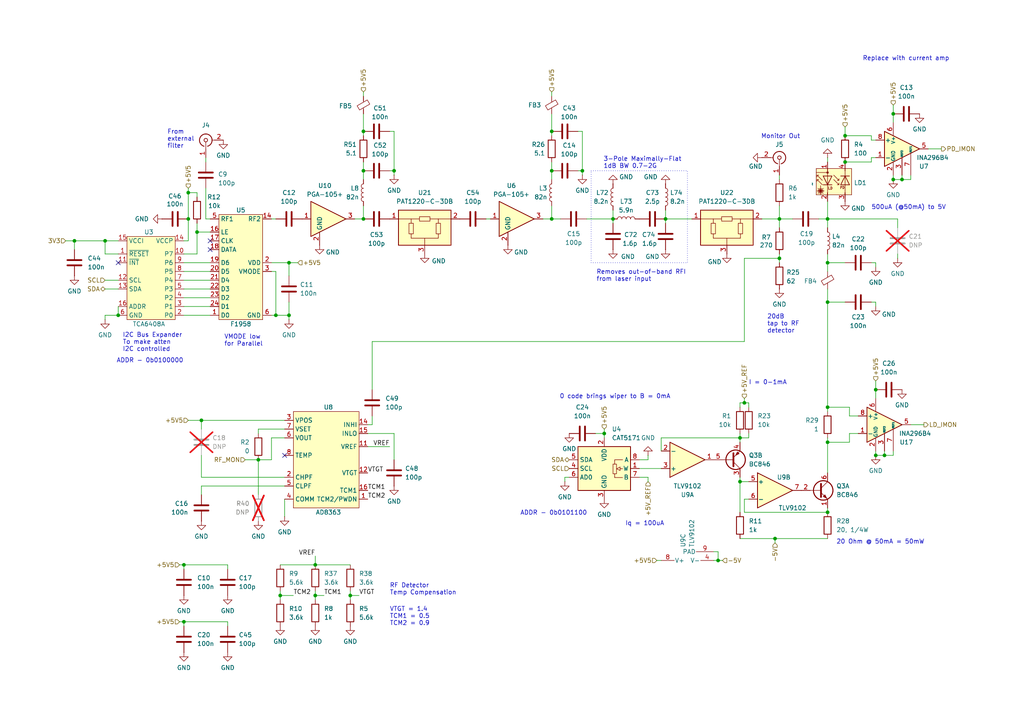
<source format=kicad_sch>
(kicad_sch (version 20231120) (generator "eeschema") (generator_version "8.0")
  (paper "A4")
  (title_block (title "FTX schematic") (date "2024-06-22") (rev "4") (company "Caltech") (comment 1 "Kiran Shila") (comment 2 "Drawing ASP-310") (comment 3 "DSA2000"))
  (junction (at 105.41 63.5))
  (junction (at 240.03 128.27))
  (junction (at 226.06 74.93))
  (junction (at 240.03 87.63))
  (junction (at 193.04 63.5))
  (junction (at 177.8 63.5))
  (junction (at 224.79 156.21))
  (junction (at 240.03 63.5))
  (junction (at 58.42 121.92))
  (junction (at 168.91 49.53))
  (junction (at 175.26 125.73))
  (junction (at 259.08 33.02))
  (junction (at 160.02 38.1))
  (junction (at 245.11 46.99))
  (junction (at 30.48 69.85))
  (junction (at 34.29 91.44))
  (junction (at 261.62 52.07))
  (junction (at 114.3 49.53))
  (junction (at 215.9 116.84))
  (junction (at 160.02 63.5))
  (junction (at 21.59 69.85))
  (junction (at 91.44 163.83))
  (junction (at 245.11 39.37))
  (junction (at 240.03 118.11))
  (junction (at 101.6 172.72))
  (junction (at 254 132.08))
  (junction (at 53.34 163.83))
  (junction (at 254 113.03))
  (junction (at 57.15 67.31))
  (junction (at 91.44 172.72))
  (junction (at 240.03 148.59))
  (junction (at 105.41 49.53))
  (junction (at 208.28 162.56))
  (junction (at 214.63 139.7))
  (junction (at 160.02 49.53))
  (junction (at 83.82 91.44))
  (junction (at 83.82 76.2))
  (junction (at 53.34 180.34))
  (junction (at 226.06 63.5))
  (junction (at 240.03 76.2))
  (junction (at 80.01 91.44))
  (junction (at 105.41 38.1))
  (junction (at 259.08 52.07))
  (junction (at 54.61 63.5))
  (junction (at 81.28 172.72))
  (junction (at 54.61 55.88))
  (junction (at 74.93 133.35))
  (junction (at 256.54 132.08))
  (junction (at 214.63 127))
  (no_connect (at 34.29 76.2))
  (no_connect (at 60.96 69.85))
  (no_connect (at 82.55 132.08))
  (no_connect (at 60.96 72.39))
  (wire (pts (xy 215.9 148.59) (xy 240.03 148.59)))
  (wire (pts (xy 240.03 87.63) (xy 240.03 118.11)))
  (wire (pts (xy 264.16 52.07) (xy 261.62 52.07)))
  (wire (pts (xy 217.17 125.73) (xy 217.17 127)))
  (wire (pts (xy 240.03 76.2) (xy 240.03 78.74)))
  (wire (pts (xy 74.93 125.73) (xy 74.93 124.46)))
  (wire (pts (xy 74.93 133.35) (xy 74.93 143.51)))
  (wire (pts (xy 140.97 63.5) (xy 142.24 63.5)))
  (wire (pts (xy 261.62 52.07) (xy 259.08 52.07)))
  (wire (pts (xy 53.34 91.44) (xy 60.96 91.44)))
  (wire (pts (xy 226.06 74.93) (xy 226.06 76.2)))
  (wire (pts (xy 256.54 130.81) (xy 256.54 132.08)))
  (wire (pts (xy 214.63 156.21) (xy 224.79 156.21)))
  (wire (pts (xy 53.34 163.83) (xy 53.34 165.1)))
  (wire (pts (xy 101.6 172.72) (xy 104.14 172.72)))
  (wire (pts (xy 240.03 118.11) (xy 240.03 119.38)))
  (wire (pts (xy 78.74 91.44) (xy 80.01 91.44)))
  (wire (pts (xy 259.08 33.02) (xy 259.08 35.56)))
  (wire (pts (xy 185.42 138.43) (xy 187.96 138.43)))
  (wire (pts (xy 78.74 78.74) (xy 80.01 78.74)))
  (wire (pts (xy 190.5 162.56) (xy 191.77 162.56)))
  (wire (pts (xy 53.34 86.36) (xy 60.96 86.36)))
  (wire (pts (xy 207.01 160.02) (xy 208.28 160.02)))
  (wire (pts (xy 91.44 171.45) (xy 91.44 172.72)))
  (wire (pts (xy 165.1 138.43) (xy 163.83 138.43)))
  (wire (pts (xy 240.03 73.66) (xy 240.03 76.2)))
  (wire (pts (xy 175.26 125.73) (xy 175.26 127)))
  (wire (pts (xy 240.03 66.04) (xy 240.03 63.5)))
  (wire (pts (xy 214.63 138.43) (xy 214.63 139.7)))
  (wire (pts (xy 160.02 49.53) (xy 160.02 52.07)))
  (wire (pts (xy 246.38 118.11) (xy 240.03 118.11)))
  (wire (pts (xy 254 130.81) (xy 254 132.08)))
  (wire (pts (xy 177.8 60.96) (xy 177.8 63.5)))
  (wire (pts (xy 53.34 88.9) (xy 60.96 88.9)))
  (wire (pts (xy 113.03 49.53) (xy 114.3 49.53)))
  (wire (pts (xy 81.28 171.45) (xy 81.28 172.72)))
  (wire (pts (xy 260.35 63.5) (xy 240.03 63.5)))
  (wire (pts (xy 105.41 59.69) (xy 105.41 63.5)))
  (wire (pts (xy 214.63 125.73) (xy 214.63 127)))
  (wire (pts (xy 224.79 156.21) (xy 224.79 157.48)))
  (wire (pts (xy 91.44 161.29) (xy 91.44 163.83)))
  (wire (pts (xy 208.28 162.56) (xy 207.01 162.56)))
  (wire (pts (xy 21.59 69.85) (xy 30.48 69.85)))
  (wire (pts (xy 177.8 63.5) (xy 177.8 64.77)))
  (wire (pts (xy 83.82 91.44) (xy 83.82 92.71)))
  (wire (pts (xy 114.3 125.73) (xy 114.3 133.35)))
  (wire (pts (xy 58.42 140.97) (xy 82.55 140.97)))
  (wire (pts (xy 52.07 180.34) (xy 53.34 180.34)))
  (wire (pts (xy 254 40.64) (xy 252.73 40.64)))
  (wire (pts (xy 264.16 50.8) (xy 264.16 52.07)))
  (wire (pts (xy 215.9 144.78) (xy 217.17 144.78)))
  (wire (pts (xy 78.74 127) (xy 78.74 133.35)))
  (wire (pts (xy 107.95 123.19) (xy 106.68 123.19)))
  (wire (pts (xy 191.77 130.81) (xy 191.77 127)))
  (wire (pts (xy 254 88.9) (xy 254 87.63)))
  (wire (pts (xy 193.04 63.5) (xy 193.04 64.77)))
  (wire (pts (xy 80.01 78.74) (xy 80.01 91.44)))
  (wire (pts (xy 102.87 63.5) (xy 105.41 63.5)))
  (wire (pts (xy 187.96 132.08) (xy 187.96 133.35)))
  (wire (pts (xy 83.82 76.2) (xy 86.36 76.2)))
  (wire (pts (xy 240.03 128.27) (xy 240.03 137.16)))
  (wire (pts (xy 240.03 58.42) (xy 240.03 63.5)))
  (wire (pts (xy 54.61 55.88) (xy 54.61 63.5)))
  (wire (pts (xy 34.29 88.9) (xy 34.29 91.44)))
  (wire (pts (xy 240.03 147.32) (xy 240.03 148.59)))
  (wire (pts (xy 167.64 49.53) (xy 168.91 49.53)))
  (wire (pts (xy 160.02 38.1) (xy 160.02 39.37)))
  (wire (pts (xy 91.44 172.72) (xy 91.44 173.99)))
  (wire (pts (xy 193.04 63.5) (xy 200.66 63.5)))
  (wire (pts (xy 191.77 127) (xy 214.63 127)))
  (wire (pts (xy 240.03 83.82) (xy 240.03 87.63)))
  (wire (pts (xy 175.26 124.46) (xy 175.26 125.73)))
  (wire (pts (xy 53.34 163.83) (xy 66.04 163.83)))
  (wire (pts (xy 245.11 36.83) (xy 245.11 39.37)))
  (wire (pts (xy 224.79 156.21) (xy 240.03 156.21)))
  (wire (pts (xy 252.73 39.37) (xy 245.11 39.37)))
  (wire (pts (xy 53.34 76.2) (xy 60.96 76.2)))
  (wire (pts (xy 252.73 40.64) (xy 252.73 39.37)))
  (wire (pts (xy 259.08 130.81) (xy 259.08 132.08)))
  (wire (pts (xy 226.06 73.66) (xy 226.06 74.93)))
  (wire (pts (xy 256.54 132.08) (xy 254 132.08)))
  (wire (pts (xy 226.06 63.5) (xy 226.06 59.69)))
  (wire (pts (xy 78.74 76.2) (xy 83.82 76.2)))
  (wire (pts (xy 54.61 69.85) (xy 53.34 69.85)))
  (wire (pts (xy 260.35 63.5) (xy 260.35 66.04)))
  (wire (pts (xy 226.06 63.5) (xy 229.87 63.5)))
  (wire (pts (xy 226.06 63.5) (xy 226.06 66.04)))
  (wire (pts (xy 215.9 115.57) (xy 215.9 116.84)))
  (wire (pts (xy 57.15 57.15) (xy 57.15 55.88)))
  (wire (pts (xy 34.29 73.66) (xy 30.48 73.66)))
  (wire (pts (xy 53.34 78.74) (xy 60.96 78.74)))
  (wire (pts (xy 53.34 81.28) (xy 60.96 81.28)))
  (wire (pts (xy 252.73 45.72) (xy 252.73 46.99)))
  (wire (pts (xy 101.6 171.45) (xy 101.6 172.72)))
  (wire (pts (xy 105.41 33.02) (xy 105.41 38.1)))
  (wire (pts (xy 215.9 116.84) (xy 217.17 116.84)))
  (wire (pts (xy 245.11 76.2) (xy 240.03 76.2)))
  (wire (pts (xy 246.38 120.65) (xy 246.38 118.11)))
  (wire (pts (xy 82.55 138.43) (xy 58.42 138.43)))
  (wire (pts (xy 240.03 127) (xy 240.03 128.27)))
  (wire (pts (xy 168.91 49.53) (xy 168.91 50.8)))
  (wire (pts (xy 160.02 33.02) (xy 160.02 38.1)))
  (wire (pts (xy 57.15 64.77) (xy 57.15 67.31)))
  (wire (pts (xy 53.34 73.66) (xy 57.15 73.66)))
  (wire (pts (xy 248.92 125.73) (xy 246.38 125.73)))
  (wire (pts (xy 78.74 127) (xy 82.55 127)))
  (wire (pts (xy 114.3 49.53) (xy 114.3 50.8)))
  (wire (pts (xy 34.29 69.85) (xy 30.48 69.85)))
  (wire (pts (xy 53.34 83.82) (xy 60.96 83.82)))
  (wire (pts (xy 187.96 133.35) (xy 185.42 133.35)))
  (wire (pts (xy 114.3 38.1) (xy 114.3 49.53)))
  (wire (pts (xy 30.48 91.44) (xy 30.48 92.71)))
  (wire (pts (xy 160.02 46.99) (xy 160.02 49.53)))
  (wire (pts (xy 21.59 69.85) (xy 21.59 72.39)))
  (wire (pts (xy 71.12 133.35) (xy 74.93 133.35)))
  (wire (pts (xy 226.06 50.8) (xy 226.06 52.07)))
  (wire (pts (xy 54.61 54.61) (xy 54.61 55.88)))
  (wire (pts (xy 170.18 63.5) (xy 177.8 63.5)))
  (wire (pts (xy 74.93 133.35) (xy 78.74 133.35)))
  (wire (pts (xy 215.9 99.06) (xy 107.95 99.06)))
  (wire (pts (xy 163.83 138.43) (xy 163.83 139.7)))
  (wire (pts (xy 260.35 73.66) (xy 260.35 74.93)))
  (wire (pts (xy 160.02 59.69) (xy 160.02 63.5)))
  (wire (pts (xy 78.74 63.5) (xy 80.01 63.5)))
  (wire (pts (xy 254 76.2) (xy 254 77.47)))
  (wire (pts (xy 107.95 120.65) (xy 107.95 123.19)))
  (wire (pts (xy 66.04 163.83) (xy 66.04 165.1)))
  (wire (pts (xy 254 110.49) (xy 254 113.03)))
  (wire (pts (xy 83.82 76.2) (xy 83.82 80.01)))
  (wire (pts (xy 168.91 38.1) (xy 168.91 49.53)))
  (wire (pts (xy 217.17 116.84) (xy 217.17 118.11)))
  (wire (pts (xy 81.28 172.72) (xy 85.09 172.72)))
  (wire (pts (xy 66.04 180.34) (xy 66.04 181.61)))
  (wire (pts (xy 217.17 127) (xy 214.63 127)))
  (wire (pts (xy 81.28 172.72) (xy 81.28 173.99)))
  (wire (pts (xy 160.02 63.5) (xy 162.56 63.5)))
  (wire (pts (xy 58.42 124.46) (xy 58.42 121.92)))
  (wire (pts (xy 59.69 46.99) (xy 59.69 45.72)))
  (wire (pts (xy 58.42 121.92) (xy 82.55 121.92)))
  (wire (pts (xy 53.34 180.34) (xy 66.04 180.34)))
  (wire (pts (xy 59.69 63.5) (xy 59.69 54.61)))
  (wire (pts (xy 264.16 123.19) (xy 267.97 123.19)))
  (wire (pts (xy 113.03 38.1) (xy 114.3 38.1)))
  (wire (pts (xy 81.28 163.83) (xy 91.44 163.83)))
  (wire (pts (xy 30.48 73.66) (xy 30.48 69.85)))
  (wire (pts (xy 246.38 128.27) (xy 240.03 128.27)))
  (wire (pts (xy 185.42 135.89) (xy 191.77 135.89)))
  (wire (pts (xy 105.41 26.67) (xy 105.41 27.94)))
  (wire (pts (xy 214.63 139.7) (xy 214.63 148.59)))
  (wire (pts (xy 246.38 125.73) (xy 246.38 128.27)))
  (wire (pts (xy 58.42 140.97) (xy 58.42 143.51)))
  (wire (pts (xy 214.63 139.7) (xy 217.17 139.7)))
  (wire (pts (xy 57.15 67.31) (xy 57.15 73.66)))
  (wire (pts (xy 60.96 67.31) (xy 57.15 67.31)))
  (wire (pts (xy 214.63 116.84) (xy 215.9 116.84)))
  (wire (pts (xy 214.63 127) (xy 214.63 128.27)))
  (wire (pts (xy 220.98 63.5) (xy 226.06 63.5)))
  (wire (pts (xy 101.6 172.72) (xy 101.6 173.99)))
  (wire (pts (xy 58.42 138.43) (xy 58.42 132.08)))
  (wire (pts (xy 252.73 46.99) (xy 245.11 46.99)))
  (wire (pts (xy 105.41 49.53) (xy 105.41 52.07)))
  (wire (pts (xy 187.96 138.43) (xy 187.96 139.7)))
  (wire (pts (xy 157.48 63.5) (xy 160.02 63.5)))
  (wire (pts (xy 208.28 162.56) (xy 208.28 160.02)))
  (wire (pts (xy 252.73 45.72) (xy 254 45.72)))
  (wire (pts (xy 93.98 172.72) (xy 91.44 172.72)))
  (wire (pts (xy 167.64 38.1) (xy 168.91 38.1)))
  (wire (pts (xy 34.29 91.44) (xy 30.48 91.44)))
  (wire (pts (xy 259.08 132.08) (xy 256.54 132.08)))
  (wire (pts (xy 52.07 163.83) (xy 53.34 163.83)))
  (wire (pts (xy 54.61 121.92) (xy 58.42 121.92)))
  (wire (pts (xy 193.04 60.96) (xy 193.04 63.5)))
  (wire (pts (xy 82.55 144.78) (xy 82.55 149.86)))
  (wire (pts (xy 105.41 46.99) (xy 105.41 49.53)))
  (wire (pts (xy 105.41 38.1) (xy 105.41 39.37)))
  (wire (pts (xy 91.44 163.83) (xy 101.6 163.83)))
  (wire (pts (xy 248.92 120.65) (xy 246.38 120.65)))
  (wire (pts (xy 254 87.63) (xy 252.73 87.63)))
  (wire (pts (xy 34.29 81.28) (xy 30.48 81.28)))
  (wire (pts (xy 160.02 26.67) (xy 160.02 27.94)))
  (wire (pts (xy 53.34 180.34) (xy 53.34 181.61)))
  (wire (pts (xy 74.93 124.46) (xy 82.55 124.46)))
  (wire (pts (xy 240.03 45.72) (xy 240.03 46.99)))
  (wire (pts (xy 107.95 99.06) (xy 107.95 113.03)))
  (wire (pts (xy 237.49 63.5) (xy 240.03 63.5)))
  (wire (pts (xy 269.24 43.18) (xy 273.05 43.18)))
  (wire (pts (xy 215.9 74.93) (xy 215.9 99.06)))
  (wire (pts (xy 209.55 162.56) (xy 208.28 162.56)))
  (wire (pts (xy 259.08 50.8) (xy 259.08 52.07)))
  (wire (pts (xy 172.72 125.73) (xy 175.26 125.73)))
  (wire (pts (xy 259.08 30.48) (xy 259.08 33.02)))
  (wire (pts (xy 215.9 74.93) (xy 226.06 74.93)))
  (wire (pts (xy 59.69 63.5) (xy 60.96 63.5)))
  (wire (pts (xy 57.15 55.88) (xy 54.61 55.88)))
  (wire (pts (xy 83.82 87.63) (xy 83.82 91.44)))
  (wire (pts (xy 19.05 69.85) (xy 21.59 69.85)))
  (wire (pts (xy 261.62 50.8) (xy 261.62 52.07)))
  (wire (pts (xy 34.29 83.82) (xy 30.48 83.82)))
  (wire (pts (xy 80.01 91.44) (xy 83.82 91.44)))
  (wire (pts (xy 215.9 144.78) (xy 215.9 148.59)))
  (wire (pts (xy 254 113.03) (xy 254 115.57)))
  (wire (pts (xy 114.3 125.73) (xy 106.68 125.73)))
  (wire (pts (xy 245.11 87.63) (xy 240.03 87.63)))
  (wire (pts (xy 54.61 63.5) (xy 54.61 69.85)))
  (wire (pts (xy 254 76.2) (xy 252.73 76.2)))
  (wire (pts (xy 214.63 118.11) (xy 214.63 116.84)))
  (wire (pts (xy 106.68 129.54) (xy 113.03 129.54)))
  (rectangle (start 171.45 49.53) (end 199.39 76.2) (stroke (width 0) (type dot)))
  (text "I = 0-1mA" (at 217.17 111.76 0) (effects (font (size 1.27 1.27)) (justify left bottom)))
  (text "RF Detector\nTemp Compensation" (at 113.03 172.72 0) (effects (font (size 1.27 1.27)) (justify left bottom)))
  (text "500uA (@50mA) to 5V" (at 252.73 60.96 0) (effects (font (size 1.27 1.27)) (justify left bottom)))
  (text "From\nexternal\nfilter" (at 48.514 43.18 0) (effects (font (size 1.27 1.27)) (justify left bottom)))
  (text "20 Ohm @ 50mA = 50mW" (at 242.57 157.988 0) (effects (font (size 1.27 1.27)) (justify left bottom)))
  (text "VMODE low\nfor Parallel" (at 65.024 100.584 0) (effects (font (size 1.27 1.27)) (justify left bottom)))
  (text "Monitor Out" (at 220.726 40.386 0) (effects (font (size 1.27 1.27)) (justify left bottom)))
  (text "Iq = 100uA" (at 181.356 152.654 0) (effects (font (size 1.27 1.27)) (justify left bottom)))
  (text "VTGT = 1.4\nTCM1 = 0.5\nTCM2 = 0.9" (at 113.03 181.61 0) (effects (font (size 1.27 1.27)) (justify left bottom)))
  (text "I2C Bus Expander\nTo make atten\nI2C controlled" (at 35.56 102.108 0) (effects (font (size 1.27 1.27)) (justify left bottom)))
  (text "20dB\ntap to RF\ndetector" (at 222.504 96.774 0) (effects (font (size 1.27 1.27)) (justify left bottom)))
  (text "3-Pole Maximally-Flat\n1dB BW 0.7-2G" (at 175.006 49.022 0) (effects (font (size 1.27 1.27)) (justify left bottom)))
  (text "ADDR - 0b0100000" (at 33.782 105.41 0) (effects (font (size 1.27 1.27)) (justify left bottom)))
  (text "ADDR - 0b0101100" (at 150.876 149.606 0) (effects (font (size 1.27 1.27)) (justify left bottom)))
  (text "Replace with current amp" (at 250.19 17.78 0) (effects (font (size 1.27 1.27)) (justify left bottom)))
  (text "0 code brings wiper to B = 0mA\n" (at 162.306 115.824 0) (effects (font (size 1.27 1.27)) (justify left bottom)))
  (text "Removes out-of-band RFI\nfrom laser input" (at 172.974 81.788 0) (effects (font (size 1.27 1.27)) (justify left bottom)))
  (label "VTGT" (at 106.68 137.16 0))
  (label "VREF" (at 91.44 161.29 180))
  (label "TCM1" (at 93.98 172.72 0))
  (label "TCM2" (at 106.68 144.78 0))
  (label "VTGT" (at 104.14 172.72 0))
  (label "TCM1" (at 106.68 142.24 0))
  (label "TCM2" (at 85.09 172.72 0))
  (label "VREF" (at 113.03 129.54 180))
  (hierarchical_label "+5V5" (shape input) (at 52.07 180.34 180))
  (hierarchical_label "SDA" (shape bidirectional) (at 30.48 83.82 180))
  (hierarchical_label "+5V_REF" (shape input) (at 215.9 115.57 90))
  (hierarchical_label "RF_MON" (shape input) (at 71.12 133.35 180))
  (hierarchical_label "SCL" (shape input) (at 30.48 81.28 180))
  (hierarchical_label "+5V5" (shape input) (at 190.5 162.56 180))
  (hierarchical_label "+5V_REF" (shape input) (at 187.96 139.7 270))
  (hierarchical_label "PD_IMON" (shape output) (at 273.05 43.18 0))
  (hierarchical_label "+5V5" (shape input) (at 175.26 124.46 90))
  (hierarchical_label "-5V" (shape input) (at 209.55 162.56 0))
  (hierarchical_label "SDA" (shape bidirectional) (at 165.1 133.35 180))
  (hierarchical_label "+5V5" (shape input) (at 54.61 121.92 180))
  (hierarchical_label "+5V5" (shape input) (at 254 110.49 90))
  (hierarchical_label "3V3" (shape input) (at 19.05 69.85 180))
  (hierarchical_label "LD_IMON" (shape output) (at 267.97 123.19 0))
  (hierarchical_label "+5V5" (shape input) (at 259.08 30.48 90))
  (hierarchical_label "+5V5" (shape input) (at 105.41 26.67 90))
  (hierarchical_label "+5V5" (shape input) (at 52.07 163.83 180))
  (hierarchical_label "+5V5" (shape input) (at 160.02 26.67 90))
  (hierarchical_label "-5V" (shape input) (at 224.79 157.48 270))
  (hierarchical_label "+5V5" (shape input) (at 54.61 54.61 90))
  (hierarchical_label "SCL" (shape input) (at 165.1 135.89 180))
  (hierarchical_label "+5V5" (shape input) (at 245.11 36.83 90))
  (hierarchical_label "+5V5" (shape input) (at 86.36 76.2 0))
  (symbol (lib_id "Device:L") (at 181.61 63.5 90) (unit 1)
    (property "Reference" "L73" (at 181.61 58.42 90))
    (property "Value" "5.9n" (at 181.61 60.96 90))
    (property "Footprint" "Inductor_SMD:L_0402_1005Metric" (effects (hide yes)))
    (property "Description" "Inductor" (effects (hide yes)))
    (property "MPN" "LQW15AN5N9B80D" (effects (hide yes)))
  )
  (symbol (lib_id "power:GND") (at 30.48 92.71 0) (unit 1)
    (property "Reference" "#PWR015" (effects (hide yes)))
    (property "Value" "GND" (at 30.48 97.155 0))
    (property "Description" "Power symbol creates a global label with name \"GND\" , ground" (effects (hide yes)))
  )
  (symbol (lib_id "power:GND") (at 114.3 50.8 0) (unit 1)
    (property "Reference" "#PWR078" (effects (hide yes)))
    (property "Value" "GND" (at 114.3 55.245 0))
    (property "Description" "Power symbol creates a global label with name \"GND\" , ground" (effects (hide yes)))
  )
  (symbol (lib_id "Device:R") (at 226.06 55.88 0) (unit 1)
    (property "Reference" "R6" (at 228.6 54.61 0) (effects (justify left)))
    (property "Value" "1k" (at 228.6 57.15 0) (effects (justify left)))
    (property "Footprint" "Resistor_SMD:R_0402_1005Metric" (effects (hide yes)))
    (property "Description" "Resistor" (effects (hide yes)))
    (property "MPN" "RC0402FR-071KL" (effects (hide yes)))
  )
  (symbol (lib_id "power:GND") (at 53.34 189.23 0) (unit 1)
    (property "Reference" "#PWR019" (effects (hide yes)))
    (property "Value" "GND" (at 53.34 193.675 0))
    (property "Description" "Power symbol creates a global label with name \"GND\" , ground" (effects (hide yes)))
  )
  (symbol (lib_id "Device:C") (at 109.22 38.1 90) (unit 1)
    (property "Reference" "C51" (at 110.236 31.369 90))
    (property "Value" "100n" (at 110.236 33.909 90))
    (property "Footprint" "Capacitor_SMD:C_0402_1005Metric" (effects (hide yes)))
    (property "Description" "Unpolarized capacitor" (effects (hide yes)))
    (property "MPN" "CL05B104KP5NNNC" (effects (hide yes)))
  )
  (symbol (lib_id "Device:C") (at 53.34 185.42 0) (unit 1)
    (property "Reference" "C20" (at 57.15 184.15 0) (effects (justify left)))
    (property "Value" "100n" (at 57.15 186.69 0) (effects (justify left)))
    (property "Footprint" "Capacitor_SMD:C_0402_1005Metric" (effects (hide yes)))
    (property "Description" "Unpolarized capacitor" (effects (hide yes)))
    (property "MPN" "CL05B104KP5NNNC" (effects (hide yes)))
  )
  (symbol (lib_id "Device:R") (at 101.6 177.8 0) (unit 1)
    (property "Reference" "R5" (at 104.14 176.53 0) (effects (justify left)))
    (property "Value" "5.6k" (at 104.14 179.07 0) (effects (justify left)))
    (property "Footprint" "Resistor_SMD:R_0402_1005Metric" (effects (hide yes)))
    (property "Description" "Resistor" (effects (hide yes)))
    (property "MPN" "RC0402FR-075K6L" (effects (hide yes)))
  )
  (symbol (lib_id "DSA2K:TLV9102xDSG") (at 199.39 160.02 90) (unit 3)
    (property "Reference" "U9" (at 198.12 158.75 0) (effects (justify left)))
    (property "Value" "TLV9102" (at 200.66 158.75 0) (effects (justify left)))
    (property "Footprint" "Package_SON:WSON-8-1EP_2x2mm_P0.5mm_EP0.9x1.6mm" (effects (hide yes)))
    (property "Datasheet" "https://www.ti.com/lit/ds/symlink/tlv9102.pdf" (effects (hide yes)))
    (property "Description" "16-V, 1-MHz, Rail-to-Rail Input/Output, Low Power Op Amp" (effects (hide yes)))
    (property "MPN" "TLV9102IDSGR" (effects (hide yes)))
  )
  (symbol (lib_id "Device:C") (at 114.3 137.16 180) (unit 1)
    (property "Reference" "C48" (at 117.475 135.89 0) (effects (justify right)))
    (property "Value" "100p" (at 117.475 138.43 0) (effects (justify right)))
    (property "Footprint" "Capacitor_SMD:C_0402_1005Metric" (effects (hide yes)))
    (property "Description" "Unpolarized capacitor" (effects (hide yes)))
    (property "MPN" "CBR04C101J3GAC" (effects (hide yes)))
  )
  (symbol (lib_id "Device:C") (at 193.04 68.58 0) (unit 1)
    (property "Reference" "C74" (at 186.182 68.072 0) (effects (justify left)))
    (property "Value" "1.6p" (at 186.182 70.612 0) (effects (justify left)))
    (property "Footprint" "Capacitor_SMD:C_0402_1005Metric" (effects (hide yes)))
    (property "Description" "Unpolarized capacitor" (effects (hide yes)))
    (property "MPN" "GJM1555C1H1R6WB01D" (effects (hide yes)))
  )
  (symbol (lib_id "Device:R") (at 74.93 129.54 0) (mirror y) (unit 1)
    (property "Reference" "R2" (at 72.39 128.27 0) (effects (justify left)))
    (property "Value" "0" (at 72.39 130.81 0) (effects (justify left)))
    (property "Footprint" "Resistor_SMD:R_0402_1005Metric" (effects (hide yes)))
    (property "Description" "Resistor" (effects (hide yes)))
    (property "MPN" "RC0402FR-070RL" (effects (hide yes)))
  )
  (symbol (lib_id "power:GND") (at 64.77 40.64 0) (mirror y) (unit 1)
    (property "Reference" "#PWR016" (effects (hide yes)))
    (property "Value" "GND" (at 64.77 45.085 0))
    (property "Description" "Power symbol creates a global label with name \"GND\" , ground" (effects (hide yes)))
  )
  (symbol (lib_id "Device:R") (at 91.44 167.64 0) (unit 1)
    (property "Reference" "R37" (at 93.98 166.37 0) (effects (justify left)))
    (property "Value" "3.6k" (at 93.98 168.91 0) (effects (justify left)))
    (property "Footprint" "Resistor_SMD:R_0402_1005Metric" (effects (hide yes)))
    (property "Description" "Resistor" (effects (hide yes)))
    (property "MPN" "RC0402FR-073K6L" (effects (hide yes)))
  )
  (symbol (lib_id "Device:C") (at 58.42 147.32 0) (mirror y) (unit 1)
    (property "Reference" "C16" (at 54.61 146.05 0) (effects (justify left)))
    (property "Value" "100n" (at 54.61 148.59 0) (effects (justify left)))
    (property "Footprint" "Capacitor_SMD:C_0402_1005Metric" (effects (hide yes)))
    (property "Description" "Unpolarized capacitor" (effects (hide yes)))
    (property "MPN" "CL05B104KP5NNNC" (effects (hide yes)))
  )
  (symbol (lib_id "Device:C") (at 248.92 76.2 90) (unit 1)
    (property "Reference" "C22" (at 248.92 69.342 90))
    (property "Value" "100p" (at 248.92 71.882 90))
    (property "Footprint" "Capacitor_SMD:C_0402_1005Metric" (effects (hide yes)))
    (property "Description" "Unpolarized capacitor" (effects (hide yes)))
    (property "MPN" "CBR04C101J3GAC" (effects (hide yes)))
  )
  (symbol (lib_id "Device:C") (at 248.92 87.63 90) (unit 1)
    (property "Reference" "C23" (at 248.92 91.948 90))
    (property "Value" "100n" (at 248.92 94.488 90))
    (property "Footprint" "Capacitor_SMD:C_0402_1005Metric" (effects (hide yes)))
    (property "Description" "Unpolarized capacitor" (effects (hide yes)))
    (property "MPN" "CL05B104KP5NNNC" (effects (hide yes)))
  )
  (symbol (lib_id "power:GND") (at 193.04 72.39 0) (unit 1)
    (property "Reference" "#PWR084" (effects (hide yes)))
    (property "Value" "GND" (at 189.23 74.422 0))
    (property "Description" "Power symbol creates a global label with name \"GND\" , ground" (effects (hide yes)))
  )
  (symbol (lib_id "power:GND") (at 266.7 33.02 0) (mirror y) (unit 1)
    (property "Reference" "#PWR041" (effects (hide yes)))
    (property "Value" "GND" (at 266.7 37.465 0))
    (property "Description" "Power symbol creates a global label with name \"GND\" , ground" (effects (hide yes)))
  )
  (symbol (lib_id "Device:R") (at 240.03 123.19 0) (mirror x) (unit 1)
    (property "Reference" "R29" (at 237.49 121.92 0) (effects (justify right)))
    (property "Value" "1" (at 237.49 124.46 0) (effects (justify right)))
    (property "Footprint" "Resistor_SMD:R_0402_1005Metric" (effects (hide yes)))
    (property "Description" "Resistor" (effects (hide yes)))
    (property "MPN" "RC0402FR-071RL" (effects (hide yes)))
  )
  (symbol (lib_id "DSA2K:INA296B4") (at 261.62 43.18 0) (unit 1)
    (property "Reference" "U7" (at 267.97 48.26 0))
    (property "Value" "INA296B4" (at 270.51 45.72 0))
    (property "Footprint" "Package_TO_SOT_SMD:SOT-23-8" (effects (hide yes)))
    (property "Datasheet" "https://www.ti.com/lit/ds/symlink/ina296b.pdf" (effects (hide yes)))
    (property "Description" "–5 V to 110 V, Bidirectional, 1.1 MHz, 8 V/μs, Ultra-Precise Current Sense Amplifier, SOT-23-8, G=100" (effects (hide yes)))
    (property "MPN" "INA296B4IDDFR" (effects (hide yes)))
  )
  (symbol (lib_id "Connector:Conn_Coaxial") (at 226.06 45.72 270) (mirror x) (unit 1)
    (property "Reference" "J5" (at 226.06 41.91 90))
    (property "Value" "Conn_Coaxial" (effects (hide yes)))
    (property "Footprint" "DSA2K:SMA_4Layer" (effects (hide yes)))
    (property "Datasheet" " ~" (effects (hide yes)))
    (property "Description" "coaxial connector (BNC, SMA, SMB, SMC, Cinch/RCA, LEMO, ...)" (effects (hide yes)))
  )
  (symbol (lib_id "power:GND") (at 53.34 172.72 0) (unit 1)
    (property "Reference" "#PWR018" (effects (hide yes)))
    (property "Value" "GND" (at 53.34 177.165 0))
    (property "Description" "Power symbol creates a global label with name \"GND\" , ground" (effects (hide yes)))
  )
  (symbol (lib_id "Device:L") (at 177.8 57.15 0) (mirror y) (unit 1)
    (property "Reference" "L72" (at 176.53 55.88 0) (effects (justify left)))
    (property "Value" "8.2n" (at 176.53 58.42 0) (effects (justify left)))
    (property "Footprint" "Inductor_SMD:L_0402_1005Metric" (effects (hide yes)))
    (property "Description" "Inductor" (effects (hide yes)))
    (property "MPN" "LQW15AN8N2G00D" (effects (hide yes)))
  )
  (symbol (lib_id "Device:R") (at 217.17 121.92 0) (unit 1)
    (property "Reference" "R23" (at 219.71 120.65 0) (effects (justify left)))
    (property "Value" "10k" (at 219.71 123.19 0) (effects (justify left)))
    (property "Footprint" "Resistor_SMD:R_0402_1005Metric" (effects (hide yes)))
    (property "Description" "Resistor" (effects (hide yes)))
    (property "MPN" "RC0402FR-0710KL" (effects (hide yes)))
  )
  (symbol (lib_id "power:GND") (at 175.26 144.78 0) (mirror y) (unit 1)
    (property "Reference" "#PWR027" (effects (hide yes)))
    (property "Value" "GND" (at 175.26 149.225 0))
    (property "Description" "Power symbol creates a global label with name \"GND\" , ground" (effects (hide yes)))
  )
  (symbol (lib_id "Device:R") (at 226.06 80.01 0) (unit 1)
    (property "Reference" "R25" (at 228.092 78.994 0) (effects (justify left)))
    (property "Value" "62" (at 228.092 81.534 0) (effects (justify left)))
    (property "Footprint" "Resistor_SMD:R_0402_1005Metric" (effects (hide yes)))
    (property "Description" "Resistor" (effects (hide yes)))
    (property "MPN" "RC0402FR-0762RL" (effects (hide yes)))
  )
  (symbol (lib_id "power:GND") (at 254 77.47 0) (mirror y) (unit 1)
    (property "Reference" "#PWR037" (effects (hide yes)))
    (property "Value" "GND" (at 254 81.915 0))
    (property "Description" "Power symbol creates a global label with name \"GND\" , ground" (effects (hide yes)))
  )
  (symbol (lib_id "Device:C") (at 257.81 113.03 270) (unit 1)
    (property "Reference" "C26" (at 257.81 105.41 90))
    (property "Value" "100n" (at 257.81 107.95 90))
    (property "Footprint" "Capacitor_SMD:C_0402_1005Metric" (effects (hide yes)))
    (property "Description" "Unpolarized capacitor" (effects (hide yes)))
    (property "MPN" "CL05B104KP5NNNC" (effects (hide yes)))
  )
  (symbol (lib_id "power:GND") (at 260.35 74.93 0) (unit 1)
    (property "Reference" "#PWR033" (effects (hide yes)))
    (property "Value" "GND" (at 260.35 79.375 0))
    (property "Description" "Power symbol creates a global label with name \"GND\" , ground" (effects (hide yes)))
  )
  (symbol (lib_id "power:GND") (at 259.08 52.07 0) (mirror y) (unit 1)
    (property "Reference" "#PWR040" (effects (hide yes)))
    (property "Value" "GND" (at 259.08 56.515 0))
    (property "Description" "Power symbol creates a global label with name \"GND\" , ground" (effects (hide yes)))
  )
  (symbol (lib_id "DSA2K:TLV9102xDSG") (at 224.79 142.24 0) (unit 2)
    (property "Reference" "U9" (at 227.33 138.43 0))
    (property "Value" "TLV9102" (at 229.87 147.32 0))
    (property "Footprint" "Package_SON:WSON-8-1EP_2x2mm_P0.5mm_EP0.9x1.6mm" (effects (hide yes)))
    (property "Datasheet" "https://www.ti.com/lit/ds/symlink/tlv9102.pdf" (effects (hide yes)))
    (property "Description" "16-V, 1-MHz, Rail-to-Rail Input/Output, Low Power Op Amp" (effects (hide yes)))
    (property "MPN" "TLV9102IDSGR" (effects (hide yes)))
  )
  (symbol (lib_id "Device:L") (at 193.04 57.15 0) (unit 1)
    (property "Reference" "L74" (at 194.31 55.88 0) (effects (justify left)))
    (property "Value" "8.2n" (at 194.31 58.42 0) (effects (justify left)))
    (property "Footprint" "Inductor_SMD:L_0402_1005Metric" (effects (hide yes)))
    (property "Description" "Inductor" (effects (hide yes)))
    (property "MPN" "LQW15AN8N2G00D" (effects (hide yes)))
  )
  (symbol (lib_id "power:GND") (at 21.59 80.01 0) (unit 1)
    (property "Reference" "#PWR070" (effects (hide yes)))
    (property "Value" "GND" (at 21.59 84.455 0))
    (property "Description" "Power symbol creates a global label with name \"GND\" , ground" (effects (hide yes)))
  )
  (symbol (lib_id "Device:C") (at 168.91 125.73 270) (unit 1)
    (property "Reference" "C24" (at 168.91 118.11 90))
    (property "Value" "100n" (at 168.91 120.65 90))
    (property "Footprint" "Capacitor_SMD:C_0402_1005Metric" (effects (hide yes)))
    (property "Description" "Unpolarized capacitor" (effects (hide yes)))
    (property "MPN" "CL05B104KP5NNNC" (effects (hide yes)))
  )
  (symbol (lib_id "Device:FerriteBead_Small") (at 160.02 30.48 0) (mirror y) (unit 1)
    (property "Reference" "FB3" (at 156.972 30.48 0) (effects (justify left)))
    (property "Value" "BLM15PG100SN1D" (effects (hide yes)))
    (property "Footprint" "Inductor_SMD:L_0402_1005Metric" (effects (hide yes)))
    (property "Datasheet" "https://www.murata.com/en-us/products/productdata/8796740059166/ENFA0018.pdf" (effects (hide yes)))
    (property "Description" "Ferrite bead, small symbol" (effects (hide yes)))
    (property "MPN" "BLM15PG100SN1D" (effects (hide yes)))
  )
  (symbol (lib_id "power:GND") (at 74.93 151.13 0) (unit 1)
    (property "Reference" "#PWR025" (effects (hide yes)))
    (property "Value" "GND" (at 74.93 155.575 0))
    (property "Description" "Power symbol creates a global label with name \"GND\" , ground" (effects (hide yes)))
  )
  (symbol (lib_id "RF:PAT1220-C-3DB") (at 210.82 66.04 0) (unit 1)
    (property "Reference" "U22" (at 210.82 55.88 0))
    (property "Value" "PAT1220-C-3DB" (at 210.82 58.42 0))
    (property "Footprint" "RF_Converter:RF_Attenuator_Susumu_PAT1220" (effects (hide yes)))
    (property "Datasheet" "https://www.susumu.co.jp/common/pdf/n_catalog_partition16_en.pdf" (effects (hide yes)))
    (property "Description" "10GHz RF Attenuator, 50ohm Matched Impedance, 3dB Attenuation, PAT1220" (effects (hide yes)))
    (property "MPN" "PAT1220-C-3DB-T5" (effects (hide yes)))
  )
  (symbol (lib_id "Connector:Conn_Coaxial") (at 59.69 40.64 90) (unit 1)
    (property "Reference" "J4" (at 59.69 36.322 90))
    (property "Value" "Conn_Coaxial" (effects (hide yes)))
    (property "Footprint" "DSA2K:SMA_4Layer" (effects (hide yes)))
    (property "Datasheet" " ~" (effects (hide yes)))
    (property "Description" "coaxial connector (BNC, SMA, SMB, SMC, Cinch/RCA, LEMO, ...)" (effects (hide yes)))
  )
  (symbol (lib_id "power:GND") (at 114.3 140.97 0) (unit 1)
    (property "Reference" "#PWR049" (effects (hide yes)))
    (property "Value" "GND" (at 114.3 145.415 0))
    (property "Description" "Power symbol creates a global label with name \"GND\" , ground" (effects (hide yes)))
  )
  (symbol (lib_id "power:GND") (at 101.6 181.61 0) (unit 1)
    (property "Reference" "#PWR034" (effects (hide yes)))
    (property "Value" "GND" (at 101.6 186.055 0))
    (property "Description" "Power symbol creates a global label with name \"GND\" , ground" (effects (hide yes)))
  )
  (symbol (lib_id "Device:C") (at 50.8 63.5 270) (unit 1)
    (property "Reference" "C46" (at 48.768 56.896 90) (effects (justify left)))
    (property "Value" "100n" (at 48.26 59.182 90) (effects (justify left)))
    (property "Footprint" "Capacitor_SMD:C_0402_1005Metric" (effects (hide yes)))
    (property "Description" "Unpolarized capacitor" (effects (hide yes)))
    (property "MPN" "CL05B104KP5NNNC" (effects (hide yes)))
  )
  (symbol (lib_id "power:GND") (at 254 132.08 0) (mirror y) (unit 1)
    (property "Reference" "#PWR039" (effects (hide yes)))
    (property "Value" "GND" (at 254 136.525 0))
    (property "Description" "Power symbol creates a global label with name \"GND\" , ground" (effects (hide yes)))
  )
  (symbol (lib_id "power:GND") (at 147.32 71.12 0) (unit 1)
    (property "Reference" "#PWR022" (effects (hide yes)))
    (property "Value" "GND" (at 151.13 73.152 0))
    (property "Description" "Power symbol creates a global label with name \"GND\" , ground" (effects (hide yes)))
  )
  (symbol (lib_id "power:GND") (at 165.1 125.73 0) (mirror y) (unit 1)
    (property "Reference" "#PWR06" (effects (hide yes)))
    (property "Value" "GND" (at 165.1 130.175 0))
    (property "Description" "Power symbol creates a global label with name \"GND\" , ground" (effects (hide yes)))
  )
  (symbol (lib_id "DSA2K:F1958") (at 69.85 77.47 0) (unit 1)
    (property "Reference" "U5" (at 69.85 60.96 0))
    (property "Value" "F1958" (at 69.85 93.98 0))
    (property "Footprint" "Package_DFN_QFN:TQFN-24-1EP_4x4mm_P0.5mm_EP2.6x2.6mm_ThermalVias" (effects (hide yes)))
    (property "Datasheet" "https://www.renesas.com/us/en/document/dst/f1958-datasheet?r=456991" (effects (hide yes)))
    (property "Description" "7-Bit 0.25dB Digital Step Attenuator 1MHz to 6GHz" (effects (hide yes)))
    (property "MPN" "F1958NBGK" (effects (hide yes)))
  )
  (symbol (lib_id "Device:FerriteBead_Small") (at 240.03 81.28 0) (mirror y) (unit 1)
    (property "Reference" "FB4" (at 236.982 81.534 0) (effects (justify left)))
    (property "Value" "BLM15PG100SN1D" (effects (hide yes)))
    (property "Footprint" "Inductor_SMD:L_0402_1005Metric" (effects (hide yes)))
    (property "Datasheet" "https://www.murata.com/en-us/products/productdata/8796740059166/ENFA0018.pdf" (effects (hide yes)))
    (property "Description" "Ferrite bead, small symbol" (effects (hide yes)))
    (property "MPN" "BLM15PG100SN1D" (effects (hide yes)))
  )
  (symbol (lib_id "power:GND") (at 220.98 45.72 270) (mirror x) (unit 1)
    (property "Reference" "#PWR031" (effects (hide yes)))
    (property "Value" "GND" (at 221.234 48.26 90) (effects (justify right)))
    (property "Description" "Power symbol creates a global label with name \"GND\" , ground" (effects (hide yes)))
  )
  (symbol (lib_id "Device:C") (at 66.04 168.91 180) (unit 1)
    (property "Reference" "C17" (at 69.215 167.64 0) (effects (justify right)))
    (property "Value" "100p" (at 69.215 170.18 0) (effects (justify right)))
    (property "Footprint" "Capacitor_SMD:C_0402_1005Metric" (effects (hide yes)))
    (property "Description" "Unpolarized capacitor" (effects (hide yes)))
    (property "MPN" "CBR04C101J3GAC" (effects (hide yes)))
  )
  (symbol (lib_id "power:GND") (at 168.91 50.8 0) (unit 1)
    (property "Reference" "#PWR028" (effects (hide yes)))
    (property "Value" "GND" (at 168.91 55.245 0))
    (property "Description" "Power symbol creates a global label with name \"GND\" , ground" (effects (hide yes)))
  )
  (symbol (lib_id "DSA2K:INA296B4") (at 256.54 123.19 0) (unit 1)
    (property "Reference" "U17" (at 262.89 128.27 0))
    (property "Value" "INA296B4" (at 265.43 125.73 0))
    (property "Footprint" "Package_TO_SOT_SMD:SOT-23-8" (effects (hide yes)))
    (property "Datasheet" "https://www.ti.com/lit/ds/symlink/ina296b.pdf?HQS=dis-mous-null-mousermode-dsf-pf-null-wwe&ts=1701124647327&ref_url=https%253A%252F%252Fwww.mouser.com%252F" (effects (hide yes)))
    (property "Description" "–5 V to 110 V, Bidirectional, 1.1 MHz, 8 V/μs, Ultra-Precise Current Sense Amplifier, SOT-23-8, G=100" (effects (hide yes)))
    (property "MPN" "INA296B4IDDFR" (effects (hide yes)))
  )
  (symbol (lib_id "Device:R") (at 101.6 167.64 180) (unit 1)
    (property "Reference" "R38" (at 104.14 166.37 0) (effects (justify right)))
    (property "Value" "3.6k" (at 104.14 168.91 0) (effects (justify right)))
    (property "Footprint" "Resistor_SMD:R_0402_1005Metric" (effects (hide yes)))
    (property "Description" "Resistor" (effects (hide yes)))
    (property "MPN" "RC0402FR-073K6L" (effects (hide yes)))
  )
  (symbol (lib_id "Device:C") (at 83.82 83.82 0) (unit 1)
    (property "Reference" "C11" (at 86.995 82.55 0) (effects (justify left)))
    (property "Value" "100n" (at 86.995 85.09 0) (effects (justify left)))
    (property "Footprint" "Capacitor_SMD:C_0402_1005Metric" (effects (hide yes)))
    (property "Description" "Unpolarized capacitor" (effects (hide yes)))
    (property "MPN" "CL05B104KP5NNNC" (effects (hide yes)))
  )
  (symbol (lib_id "Device:R") (at 81.28 177.8 0) (unit 1)
    (property "Reference" "R10" (at 83.82 176.53 0) (effects (justify left)))
    (property "Value" "3.6k" (at 83.82 179.07 0) (effects (justify left)))
    (property "Footprint" "Resistor_SMD:R_0402_1005Metric" (effects (hide yes)))
    (property "Description" "Resistor" (effects (hide yes)))
    (property "MPN" "RC0402FR-073K6L" (effects (hide yes)))
  )
  (symbol (lib_id "Device:C") (at 137.16 63.5 90) (unit 1)
    (property "Reference" "C54" (at 137.16 55.88 90))
    (property "Value" "100p" (at 137.16 58.42 90))
    (property "Footprint" "Capacitor_SMD:C_0402_1005Metric" (effects (hide yes)))
    (property "Description" "Unpolarized capacitor" (effects (hide yes)))
    (property "MPN" "CBR04C101J3GAC" (effects (hide yes)))
  )
  (symbol (lib_id "Transistor_BJT:BC846BPDW1") (at 237.49 142.24 0) (unit 1)
    (property "Reference" "Q3" (at 242.57 140.97 0) (effects (justify left)))
    (property "Value" "BC846" (at 242.57 143.51 0) (effects (justify left)))
    (property "Footprint" "Package_TO_SOT_SMD:SOT-363_SC-70-6" (effects (hide yes)))
    (property "Datasheet" "http://www.onsemi.com/pub_link/Collateral/BC846BPDW1T1-D.PDF" (effects (hide yes)))
    (property "Description" "100mA IC, 65V Vce, Dual NPN/PNP Transistors, SOT-363" (effects (hide yes)))
    (property "MPN" "BC846BPDW1T1G" (effects (hide yes)))
  )
  (symbol (lib_id "Device:R") (at 214.63 121.92 0) (mirror y) (unit 1)
    (property "Reference" "R1" (at 212.09 120.65 0) (effects (justify left)))
    (property "Value" "10k" (at 212.09 123.19 0) (effects (justify left)))
    (property "Footprint" "Resistor_SMD:R_0402_1005Metric" (effects (hide yes)))
    (property "Description" "Resistor" (effects (hide yes)))
    (property "MPN" "RC0402FR-0710KL" (effects (hide yes)))
  )
  (symbol (lib_id "power:GND") (at 193.04 53.34 180) (unit 1)
    (property "Reference" "#PWR083" (effects (hide yes)))
    (property "Value" "GND" (at 188.722 51.308 0))
    (property "Description" "Power symbol creates a global label with name \"GND\" , ground" (effects (hide yes)))
  )
  (symbol (lib_id "Device:C") (at 83.82 63.5 90) (unit 1)
    (property "Reference" "C12" (at 83.82 55.88 90))
    (property "Value" "100p" (at 83.82 58.42 90))
    (property "Footprint" "Capacitor_SMD:C_0402_1005Metric" (effects (hide yes)))
    (property "Description" "Unpolarized capacitor" (effects (hide yes)))
    (property "MPN" "CBR04C101J3GAC" (effects (hide yes)))
  )
  (symbol (lib_id "DSA2K:AD8363") (at 95.25 133.35 0) (mirror y) (unit 1)
    (property "Reference" "U8" (at 95.25 118.11 0))
    (property "Value" "AD8363" (at 95.25 148.59 0))
    (property "Footprint" "Package_CSP:Analog_LFCSP-16-1EP_4x4mm_P0.65mm_EP2.35x2.35mm_ThermalVias" (effects (hide yes)))
    (property "Datasheet" "https://www.analog.com/media/en/technical-documentation/data-sheets/AD8363.pdf" (effects (hide yes)))
    (property "Description" "50 Hz to 6 GHz 50 dB TruPwr™ Detector" (effects (hide yes)))
    (property "MPN" "AD8363ACPZ-R7" (effects (hide yes)))
  )
  (symbol (lib_id "Device:L") (at 105.41 55.88 0) (mirror y) (unit 1)
    (property "Reference" "L8" (at 104.14 54.61 0) (effects (justify left)))
    (property "Value" "82n" (at 104.14 57.15 0) (effects (justify left)))
    (property "Footprint" "Inductor_SMD:L_0402_1005Metric" (effects (hide yes)))
    (property "Description" "Inductor" (effects (hide yes)))
    (property "MPN" "LQW15AN82NG00D" (effects (hide yes)))
  )
  (symbol (lib_id "power:GND") (at 163.83 139.7 0) (mirror y) (unit 1)
    (property "Reference" "#PWR017" (effects (hide yes)))
    (property "Value" "GND" (at 163.83 144.145 0))
    (property "Description" "Power symbol creates a global label with name \"GND\" , ground" (effects (hide yes)))
  )
  (symbol (lib_id "power:GND") (at 187.96 132.08 0) (mirror x) (unit 1)
    (property "Reference" "#PWR029" (effects (hide yes)))
    (property "Value" "GND" (at 187.96 127 0))
    (property "Description" "Power symbol creates a global label with name \"GND\" , ground" (effects (hide yes)))
  )
  (symbol (lib_id "Device:C") (at 107.95 116.84 0) (unit 1)
    (property "Reference" "C49" (at 111.76 115.5699 0) (effects (justify left)))
    (property "Value" "100p" (at 111.76 118.1099 0) (effects (justify left)))
    (property "Footprint" "Capacitor_SMD:C_0402_1005Metric" (effects (hide yes)))
    (property "Description" "Unpolarized capacitor" (effects (hide yes)))
    (property "MPN" "CBR04C101J3GAC" (effects (hide yes)))
  )
  (symbol (lib_id "power:GND") (at 66.04 172.72 0) (unit 1)
    (property "Reference" "#PWR023" (effects (hide yes)))
    (property "Value" "GND" (at 66.04 177.165 0))
    (property "Description" "Power symbol creates a global label with name \"GND\" , ground" (effects (hide yes)))
  )
  (symbol (lib_id "DSA2K:TCA6408A") (at 43.18 81.28 0) (unit 1)
    (property "Reference" "U3" (at 43.18 67.31 0))
    (property "Value" "TCA6408A" (at 43.18 93.98 0))
    (property "Footprint" "Package_DFN_QFN:QFN-16-1EP_3x3mm_P0.5mm_EP1.45x1.45mm" (effects (hide yes)))
    (property "Datasheet" "https://www.ti.com/lit/ds/symlink/tca6408a.pdf" (effects (hide yes)))
    (property "Description" "TCA6408A Low-Voltage 8-Bit I2C and SMBus I/O Expander With Interrupt Output, Reset, and Configuration Registers" (effects (hide yes)))
    (property "MPN" "TCA6408ARGTR" (effects (hide yes)))
  )
  (symbol (lib_id "Device:C") (at 262.89 33.02 270) (unit 1)
    (property "Reference" "C13" (at 262.89 25.4 90))
    (property "Value" "100n" (at 262.89 27.94 90))
    (property "Footprint" "Capacitor_SMD:C_0402_1005Metric" (effects (hide yes)))
    (property "Description" "Unpolarized capacitor" (effects (hide yes)))
    (property "MPN" "CL05B104KP5NNNC" (effects (hide yes)))
  )
  (symbol (lib_id "power:GND") (at 177.8 72.39 0) (unit 1)
    (property "Reference" "#PWR082" (effects (hide yes)))
    (property "Value" "GND" (at 182.118 74.422 0))
    (property "Description" "Power symbol creates a global label with name \"GND\" , ground" (effects (hide yes)))
  )
  (symbol (lib_id "Device:C") (at 109.22 63.5 90) (unit 1)
    (property "Reference" "C53" (at 109.22 68.072 90))
    (property "Value" "100p" (at 109.22 70.612 90))
    (property "Footprint" "Capacitor_SMD:C_0402_1005Metric" (effects (hide yes)))
    (property "Description" "Unpolarized capacitor" (effects (hide yes)))
    (property "MPN" "CBR04C101J3GAC" (effects (hide yes)))
  )
  (symbol (lib_id "power:GND") (at 46.99 63.5 270) (unit 1)
    (property "Reference" "#PWR072" (effects (hide yes)))
    (property "Value" "GND" (at 43.18 63.4999 90) (effects (justify right)))
    (property "Description" "Power symbol creates a global label with name \"GND\" , ground" (effects (hide yes)))
  )
  (symbol (lib_id "Device:R") (at 105.41 43.18 0) (mirror y) (unit 1)
    (property "Reference" "R51" (at 103.505 41.91 0) (effects (justify left)))
    (property "Value" "5.1" (at 103.505 44.45 0) (effects (justify left)))
    (property "Footprint" "Resistor_SMD:R_0402_1005Metric" (effects (hide yes)))
    (property "Description" "Resistor" (effects (hide yes)))
    (property "MPN" "ERJ-2GEJ5R1X" (effects (hide yes)))
  )
  (symbol (lib_id "Device:C") (at 189.23 63.5 90) (unit 1)
    (property "Reference" "C73" (at 189.23 55.88 90))
    (property "Value" "2.5p" (at 189.23 58.42 90))
    (property "Footprint" "Capacitor_SMD:C_0402_1005Metric" (effects (hide yes)))
    (property "Description" "Unpolarized capacitor" (effects (hide yes)))
    (property "MPN" "GJM1555C1H2R5WB01D" (effects (hide yes)))
  )
  (symbol (lib_id "Device:C") (at 163.83 38.1 90) (unit 1)
    (property "Reference" "C43" (at 165.1 31.369 90))
    (property "Value" "100n" (at 165.1 33.909 90))
    (property "Footprint" "Capacitor_SMD:C_0402_1005Metric" (effects (hide yes)))
    (property "Description" "Unpolarized capacitor" (effects (hide yes)))
    (property "MPN" "CL05B104KP5NNNC" (effects (hide yes)))
  )
  (symbol (lib_id "Device:C") (at 177.8 68.58 0) (mirror y) (unit 1)
    (property "Reference" "C72" (at 184.912 68.072 0) (effects (justify left)))
    (property "Value" "1.6p" (at 184.912 70.612 0) (effects (justify left)))
    (property "Footprint" "Capacitor_SMD:C_0402_1005Metric" (effects (hide yes)))
    (property "Description" "Unpolarized capacitor" (effects (hide yes)))
    (property "MPN" "GJM1555C1H1R6WB01D" (effects (hide yes)))
  )
  (symbol (lib_id "power:GND") (at 66.04 189.23 0) (unit 1)
    (property "Reference" "#PWR024" (effects (hide yes)))
    (property "Value" "GND" (at 66.04 193.675 0))
    (property "Description" "Power symbol creates a global label with name \"GND\" , ground" (effects (hide yes)))
  )
  (symbol (lib_id "Device:R") (at 226.06 69.85 0) (mirror x) (unit 1)
    (property "Reference" "R7" (at 222.25 68.834 0))
    (property "Value" "270" (at 222.25 71.12 0))
    (property "Footprint" "Resistor_SMD:R_0402_1005Metric" (effects (hide yes)))
    (property "Description" "Resistor" (effects (hide yes)))
    (property "MPN" "RC0402FR-07270RL" (effects (hide yes)))
  )
  (symbol (lib_id "DSA2K:CAT5171") (at 175.26 135.89 0) (unit 1)
    (property "Reference" "U4" (at 177.4541 124.46 0) (effects (justify left)))
    (property "Value" "CAT5171" (at 177.4541 127 0) (effects (justify left)))
    (property "Footprint" "Package_TO_SOT_SMD:SOT-23-8" (effects (hide yes)))
    (property "Datasheet" "https://www.onsemi.com/pdf/datasheet/cat5171-d.pdf" (effects (hide yes)))
    (property "Description" "256-Position I2C-Compatible Digital Potentiometer" (effects (hide yes)))
    (property "MPN" "CAT5171TBI-50GT3" (effects (hide yes)))
  )
  (symbol (lib_id "power:GND") (at 210.82 73.66 0) (unit 1)
    (property "Reference" "#PWR080" (effects (hide yes)))
    (property "Value" "GND" (at 207.264 75.946 0))
    (property "Description" "Power symbol creates a global label with name \"GND\" , ground" (effects (hide yes)))
  )
  (symbol (lib_id "power:GND") (at 245.11 58.42 0) (unit 1)
    (property "Reference" "#PWR036" (effects (hide yes)))
    (property "Value" "GND" (at 248.92 60.452 0))
    (property "Description" "Power symbol creates a global label with name \"GND\" , ground" (effects (hide yes)))
  )
  (symbol (lib_id "power:GND") (at 261.62 113.03 0) (mirror y) (unit 1)
    (property "Reference" "#PWR069" (effects (hide yes)))
    (property "Value" "GND" (at 261.62 117.475 0))
    (property "Description" "Power symbol creates a global label with name \"GND\" , ground" (effects (hide yes)))
  )
  (symbol (lib_id "RF:PAT1220-C-3DB") (at 123.19 66.04 0) (unit 1)
    (property "Reference" "U21" (at 123.19 55.88 0))
    (property "Value" "PAT1220-C-3DB" (at 123.19 58.42 0))
    (property "Footprint" "RF_Converter:RF_Attenuator_Susumu_PAT1220" (effects (hide yes)))
    (property "Datasheet" "https://www.susumu.co.jp/common/pdf/n_catalog_partition16_en.pdf" (effects (hide yes)))
    (property "Description" "10GHz RF Attenuator, 50ohm Matched Impedance, 3dB Attenuation, PAT1220" (effects (hide yes)))
    (property "MPN" "PAT1220-C-3DB-T5" (effects (hide yes)))
  )
  (symbol (lib_id "Device:C") (at 166.37 63.5 90) (unit 1)
    (property "Reference" "C15" (at 166.37 67.818 90))
    (property "Value" "100p" (at 166.37 70.358 90))
    (property "Footprint" "Capacitor_SMD:C_0402_1005Metric" (effects (hide yes)))
    (property "Description" "Unpolarized capacitor" (effects (hide yes)))
    (property "MPN" "CBR04C101J3GAC" (effects (hide yes)))
  )
  (symbol (lib_id "Device:R") (at 57.15 60.96 0) (mirror y) (unit 1)
    (property "Reference" "R12" (at 64.008 57.15 0) (effects (justify left)))
    (property "Value" "10k" (at 64.008 59.69 0) (effects (justify left)))
    (property "Footprint" "Resistor_SMD:R_0402_1005Metric" (effects (hide yes)))
    (property "Description" "Resistor" (effects (hide yes)))
    (property "MPN" "RC0402FR-0710KL" (effects (hide yes)))
  )
  (symbol (lib_id "power:GND") (at 177.8 53.34 180) (unit 1)
    (property "Reference" "#PWR081" (effects (hide yes)))
    (property "Value" "GND" (at 181.61 51.308 0))
    (property "Description" "Power symbol creates a global label with name \"GND\" , ground" (effects (hide yes)))
  )
  (symbol (lib_id "Device:L") (at 240.03 69.85 0) (unit 1)
    (property "Reference" "L4" (at 241.3 68.58 0) (effects (justify left)))
    (property "Value" "82n" (at 241.3 71.12 0) (effects (justify left)))
    (property "Footprint" "Inductor_SMD:L_0402_1005Metric" (effects (hide yes)))
    (property "Description" "Inductor" (effects (hide yes)))
    (property "MPN" "LQW15AN82NG00D" (effects (hide yes)))
  )
  (symbol (lib_id "Device:C") (at 59.69 50.8 0) (unit 1)
    (property "Reference" "C9" (at 63.246 50.546 0) (effects (justify left)))
    (property "Value" "100p" (at 63.246 53.086 0) (effects (justify left)))
    (property "Footprint" "Capacitor_SMD:C_0402_1005Metric" (effects (hide yes)))
    (property "Description" "Unpolarized capacitor" (effects (hide yes)))
    (property "MPN" "CBR04C101J3GAC" (effects (hide yes)))
  )
  (symbol (lib_id "DSA2K:Shengshi_TypeA") (at 242.57 53.34 90) (unit 1)
    (property "Reference" "LD1" (at 247.65 53.0225 90) (effects (justify right)))
    (property "Value" "~" (at 235.585 53.34 0))
    (property "Footprint" "DSA2K:LaserDiodeWithBlock" (effects (hide yes)))
    (property "Datasheet" "http://laserdiodedevice.com/2-3-4-1550nm-dfb-pigtail-laser-diode-module.html" (effects (hide yes)))
    (property "Description" "Laser diode with photodiode" (effects (hide yes)))
    (property "MPN" "MLD-D55S2-3A05P8" (effects (hide yes)))
    (property "kicost:pricing" "1:$22.00; 100:$20.00; 4000:$17.00" (effects (hide yes)))
    (property "kicost:link" "http://laserdiodedevice.com/2-3-4-1550nm-dfb-pigtail-laser-diode-module.html" (effects (hide yes)))
  )
  (symbol (lib_id "power:GND") (at 82.55 149.86 0) (unit 1)
    (property "Reference" "#PWR026" (effects (hide yes)))
    (property "Value" "GND" (at 82.55 154.305 0))
    (property "Description" "Power symbol creates a global label with name \"GND\" , ground" (effects (hide yes)))
  )
  (symbol (lib_id "power:GND") (at 123.19 73.66 0) (unit 1)
    (property "Reference" "#PWR079" (effects (hide yes)))
    (property "Value" "GND" (at 127.254 75.692 0))
    (property "Description" "Power symbol creates a global label with name \"GND\" , ground" (effects (hide yes)))
  )
  (symbol (lib_id "DSA2K:TLV9102xDSG") (at 199.39 133.35 0) (mirror x) (unit 1)
    (property "Reference" "U9" (at 199.39 143.51 0))
    (property "Value" "TLV9102" (at 199.39 140.97 0))
    (property "Footprint" "Package_SON:WSON-8-1EP_2x2mm_P0.5mm_EP0.9x1.6mm" (effects (hide yes)))
    (property "Datasheet" "https://www.ti.com/lit/ds/symlink/tlv9102.pdf" (effects (hide yes)))
    (property "Description" "16-V, 1-MHz, Rail-to-Rail Input/Output, Low Power Op Amp" (effects (hide yes)))
    (property "MPN" "TLV9102IDSGR" (effects (hide yes)))
  )
  (symbol (lib_id "Device:FerriteBead_Small") (at 105.41 30.48 0) (mirror y) (unit 1)
    (property "Reference" "FB5" (at 102.108 30.734 0) (effects (justify left)))
    (property "Value" "BLM15PG100SN1D" (effects (hide yes)))
    (property "Footprint" "Inductor_SMD:L_0402_1005Metric" (effects (hide yes)))
    (property "Datasheet" "https://www.murata.com/en-us/products/productdata/8796740059166/ENFA0018.pdf" (effects (hide yes)))
    (property "Description" "Ferrite bead, small symbol" (effects (hide yes)))
    (property "MPN" "BLM15PG100SN1D" (effects (hide yes)))
  )
  (symbol (lib_id "Device:R") (at 214.63 152.4 0) (unit 1)
    (property "Reference" "R11" (at 217.17 151.13 0) (effects (justify left)))
    (property "Value" "1k" (at 217.17 153.67 0) (effects (justify left)))
    (property "Footprint" "Resistor_SMD:R_0402_1005Metric" (effects (hide yes)))
    (property "Description" "Resistor" (effects (hide yes)))
    (property "MPN" "RC0402FR-071KL" (effects (hide yes)))
  )
  (symbol (lib_id "Device:C") (at 58.42 128.27 0) (unit 1) (in_bom no) (dnp yes)
    (property "Reference" "C18" (at 61.595 127 0) (effects (justify left)))
    (property "Value" "DNP" (at 61.595 129.54 0) (effects (justify left)))
    (property "Footprint" "Capacitor_SMD:C_0402_1005Metric" (effects (hide yes)))
    (property "Description" "Unpolarized capacitor" (effects (hide yes)))
  )
  (symbol (lib_id "Device:R") (at 81.28 167.64 0) (unit 1)
    (property "Reference" "R9" (at 83.82 166.37 0) (effects (justify left)))
    (property "Value" "5.6k" (at 83.82 168.91 0) (effects (justify left)))
    (property "Footprint" "Resistor_SMD:R_0402_1005Metric" (effects (hide yes)))
    (property "Description" "Resistor" (effects (hide yes)))
    (property "MPN" "RC0402FR-075K6L" (effects (hide yes)))
  )
  (symbol (lib_id "Device:C") (at 163.83 49.53 90) (unit 1)
    (property "Reference" "C14" (at 165.1 42.164 90))
    (property "Value" "100p" (at 165.1 44.704 90))
    (property "Footprint" "Capacitor_SMD:C_0402_1005Metric" (effects (hide yes)))
    (property "Description" "Unpolarized capacitor" (effects (hide yes)))
    (property "MPN" "CBR04C101J3GAC" (effects (hide yes)))
  )
  (symbol (lib_id "power:GND") (at 58.42 151.13 0) (unit 1)
    (property "Reference" "#PWR021" (effects (hide yes)))
    (property "Value" "GND" (at 58.42 155.575 0))
    (property "Description" "Power symbol creates a global label with name \"GND\" , ground" (effects (hide yes)))
  )
  (symbol (lib_id "DSA2K:ADL5611") (at 95.25 63.5 0) (unit 1)
    (property "Reference" "U10" (at 94.234 53.848 0))
    (property "Value" "PGA-105+" (at 94.234 56.388 0))
    (property "Footprint" "DSA2K:SOT89-HighTemp" (effects (hide yes)))
    (property "Datasheet" "https://www.minicircuits.com/pdfs/PGA-105+.pdf" (effects (hide yes)))
    (property "Description" "40 MHz to 2.6 GHz low-noise amplifier" (effects (hide yes)))
    (property "MPN" "PGA-105+" (effects (hide yes)))
  )
  (symbol (lib_id "Device:C") (at 233.68 63.5 270) (unit 1)
    (property "Reference" "C19" (at 233.934 67.818 90))
    (property "Value" "100p" (at 233.934 70.358 90))
    (property "Footprint" "Capacitor_SMD:C_0402_1005Metric" (effects (hide yes)))
    (property "Description" "Unpolarized capacitor" (effects (hide yes)))
    (property "MPN" "CBR04C101J3GAC" (effects (hide yes)))
  )
  (symbol (lib_id "Device:R") (at 91.44 177.8 0) (unit 1)
    (property "Reference" "R8" (at 93.98 176.53 0) (effects (justify left)))
    (property "Value" "1k" (at 93.98 179.07 0) (effects (justify left)))
    (property "Footprint" "Resistor_SMD:R_0402_1005Metric" (effects (hide yes)))
    (property "Description" "Resistor" (effects (hide yes)))
    (property "MPN" "RC0402FR-071KL" (effects (hide yes)))
  )
  (symbol (lib_id "Device:L") (at 160.02 55.88 0) (mirror y) (unit 1)
    (property "Reference" "L3" (at 158.75 54.61 0) (effects (justify left)))
    (property "Value" "82n" (at 158.75 57.15 0) (effects (justify left)))
    (property "Footprint" "Inductor_SMD:L_0402_1005Metric" (effects (hide yes)))
    (property "Description" "Inductor" (effects (hide yes)))
    (property "MPN" "LQW15AN82NG00D" (effects (hide yes)))
  )
  (symbol (lib_id "Device:C") (at 109.22 49.53 90) (unit 1)
    (property "Reference" "C52" (at 110.236 42.164 90))
    (property "Value" "100p" (at 110.236 44.704 90))
    (property "Footprint" "Capacitor_SMD:C_0402_1005Metric" (effects (hide yes)))
    (property "Description" "Unpolarized capacitor" (effects (hide yes)))
    (property "MPN" "CBR04C101J3GAC" (effects (hide yes)))
  )
  (symbol (lib_id "Device:C") (at 53.34 168.91 0) (unit 1)
    (property "Reference" "C10" (at 57.15 167.64 0) (effects (justify left)))
    (property "Value" "100n" (at 57.15 170.18 0) (effects (justify left)))
    (property "Footprint" "Capacitor_SMD:C_0402_1005Metric" (effects (hide yes)))
    (property "Description" "Unpolarized capacitor" (effects (hide yes)))
    (property "MPN" "CL05B104KP5NNNC" (effects (hide yes)))
  )
  (symbol (lib_id "Device:R") (at 245.11 43.18 0) (unit 1)
    (property "Reference" "R4" (at 247.65 41.91 0) (effects (justify left)))
    (property "Value" "100" (at 247.65 44.45 0) (effects (justify left)))
    (property "Footprint" "Resistor_SMD:R_0402_1005Metric" (effects (hide yes)))
    (property "Description" "Resistor" (effects (hide yes)))
    (property "MPN" "RC0402FR-07100RL" (effects (hide yes)))
  )
  (symbol (lib_id "power:GND") (at 91.44 181.61 0) (unit 1)
    (property "Reference" "#PWR032" (effects (hide yes)))
    (property "Value" "GND" (at 91.44 186.055 0))
    (property "Description" "Power symbol creates a global label with name \"GND\" , ground" (effects (hide yes)))
  )
  (symbol (lib_id "DSA2K:ADL5611") (at 149.86 63.5 0) (unit 1)
    (property "Reference" "U6" (at 148.336 53.848 0))
    (property "Value" "PGA-105+" (at 148.336 56.388 0))
    (property "Footprint" "DSA2K:SOT89-HighTemp" (effects (hide yes)))
    (property "Datasheet" "https://www.minicircuits.com/pdfs/PGA-105+.pdf" (effects (hide yes)))
    (property "Description" "40 MHz to 2.6 GHz low-noise amplifier" (effects (hide yes)))
    (property "MPN" "PGA-105+" (effects (hide yes)))
  )
  (symbol (lib_id "Device:R") (at 240.03 152.4 0) (unit 1)
    (property "Reference" "R28" (at 242.57 151.13 0) (effects (justify left)))
    (property "Value" "20, 1/4W" (at 242.57 153.67 0) (effects (justify left)))
    (property "Footprint" "Resistor_SMD:R_1206_3216Metric" (effects (hide yes)))
    (property "Description" "Resistor" (effects (hide yes)))
    (property "MPN" "RC1206FR-0720RL" (effects (hide yes)))
  )
  (symbol (lib_id "Device:C") (at 260.35 69.85 0) (unit 1) (in_bom no) (dnp yes)
    (property "Reference" "C21" (at 263.525 68.58 0) (effects (justify left)))
    (property "Value" "DNP" (at 263.525 71.12 0) (effects (justify left)))
    (property "Footprint" "Capacitor_SMD:C_0402_1005Metric" (effects (hide yes)))
    (property "Description" "Unpolarized capacitor" (effects (hide yes)))
  )
  (symbol (lib_id "Device:C") (at 21.59 76.2 0) (unit 1)
    (property "Reference" "C44" (at 25.4 74.93 0) (effects (justify left)))
    (property "Value" "100n" (at 25.4 77.47 0) (effects (justify left)))
    (property "Footprint" "Capacitor_SMD:C_0402_1005Metric" (effects (hide yes)))
    (property "Description" "Unpolarized capacitor" (effects (hide yes)))
    (property "MPN" "CL05B104KP5NNNC" (effects (hide yes)))
  )
  (symbol (lib_id "power:GND") (at 92.71 71.12 0) (unit 1)
    (property "Reference" "#PWR077" (effects (hide yes)))
    (property "Value" "GND" (at 96.52 73.152 0))
    (property "Description" "Power symbol creates a global label with name \"GND\" , ground" (effects (hide yes)))
  )
  (symbol (lib_id "power:GND") (at 226.06 83.82 0) (unit 1)
    (property "Reference" "#PWR051" (effects (hide yes)))
    (property "Value" "GND" (at 226.06 88.265 0))
    (property "Description" "Power symbol creates a global label with name \"GND\" , ground" (effects (hide yes)))
  )
  (symbol (lib_id "power:GND") (at 254 88.9 0) (mirror y) (unit 1)
    (property "Reference" "#PWR038" (effects (hide yes)))
    (property "Value" "GND" (at 257.81 91.186 0))
    (property "Description" "Power symbol creates a global label with name \"GND\" , ground" (effects (hide yes)))
  )
  (symbol (lib_id "Device:C") (at 66.04 185.42 180) (unit 1)
    (property "Reference" "C45" (at 69.215 184.15 0) (effects (justify right)))
    (property "Value" "100p" (at 69.215 186.69 0) (effects (justify right)))
    (property "Footprint" "Capacitor_SMD:C_0402_1005Metric" (effects (hide yes)))
    (property "Description" "Unpolarized capacitor" (effects (hide yes)))
    (property "MPN" "CBR04C101J3GAC" (effects (hide yes)))
  )
  (symbol (lib_id "power:GND") (at 240.03 45.72 180) (unit 1)
    (property "Reference" "#PWR035" (effects (hide yes)))
    (property "Value" "GND" (at 240.03 40.64 0))
    (property "Description" "Power symbol creates a global label with name \"GND\" , ground" (effects (hide yes)))
  )
  (symbol (lib_id "Transistor_BJT:BC846BPDW1") (at 212.09 133.35 0) (mirror x) (unit 2)
    (property "Reference" "Q3" (at 217.17 132.08 0) (effects (justify left)))
    (property "Value" "BC846" (at 217.17 134.62 0) (effects (justify left)))
    (property "Footprint" "Package_TO_SOT_SMD:SOT-363_SC-70-6" (effects (hide yes)))
    (property "Datasheet" "http://www.onsemi.com/pub_link/Collateral/BC846BPDW1T1-D.PDF" (effects (hide yes)))
    (property "Description" "100mA IC, 65V Vce, Dual NPN/PNP Transistors, SOT-363" (effects (hide yes)))
    (property "MPN" "BC846BPDW1T1G" (effects (hide yes)))
  )
  (symbol (lib_id "power:GND") (at 83.82 92.71 0) (unit 1)
    (property "Reference" "#PWR020" (effects (hide yes)))
    (property "Value" "GND" (at 83.82 97.155 0))
    (property "Description" "Power symbol creates a global label with name \"GND\" , ground" (effects (hide yes)))
  )
  (symbol (lib_id "Device:R") (at 74.93 147.32 0) (mirror y) (unit 1) (dnp yes)
    (property "Reference" "R40" (at 72.39 146.05 0) (effects (justify left)))
    (property "Value" "DNP" (at 72.39 148.59 0) (effects (justify left)))
    (property "Footprint" "Resistor_SMD:R_0402_1005Metric" (effects (hide yes)))
    (property "Description" "Resistor" (effects (hide yes)))
  )
  (symbol (lib_id "Device:R") (at 160.02 43.18 0) (mirror y) (unit 1)
    (property "Reference" "R26" (at 158.115 41.91 0) (effects (justify left)))
    (property "Value" "5.1" (at 158.115 44.45 0) (effects (justify left)))
    (property "Footprint" "Resistor_SMD:R_0402_1005Metric" (effects (hide yes)))
    (property "Description" "Resistor" (effects (hide yes)))
    (property "MPN" "ERJ-2GEJ5R1X" (effects (hide yes)))
  )
  (symbol (lib_id "power:GND") (at 81.28 181.61 0) (unit 1)
    (property "Reference" "#PWR030" (effects (hide yes)))
    (property "Value" "GND" (at 81.28 186.055 0))
    (property "Description" "Power symbol creates a global label with name \"GND\" , ground" (effects (hide yes)))
  )
)
</source>
